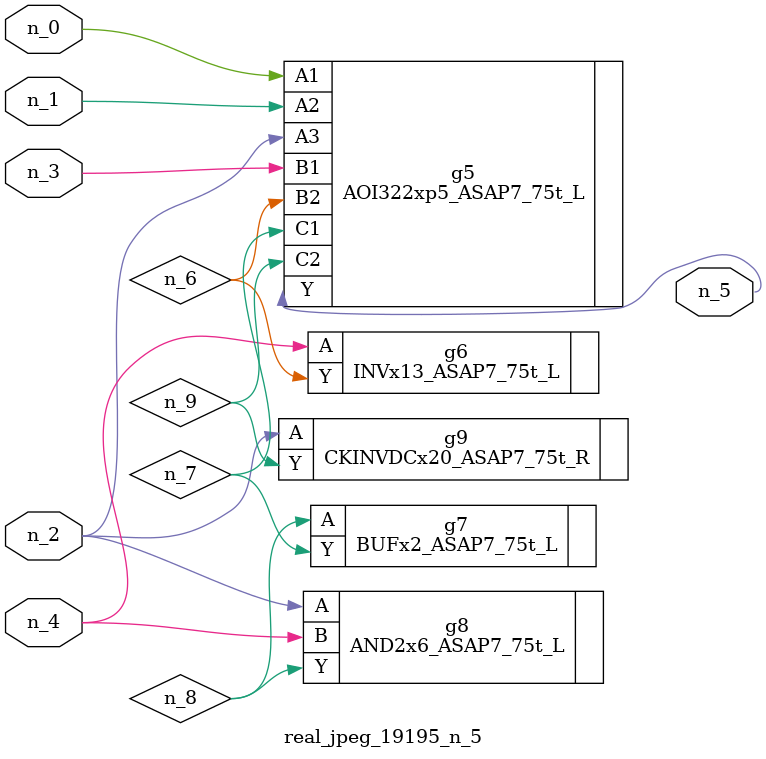
<source format=v>
module real_jpeg_19195_n_5 (n_4, n_0, n_1, n_2, n_3, n_5);

input n_4;
input n_0;
input n_1;
input n_2;
input n_3;

output n_5;

wire n_8;
wire n_6;
wire n_7;
wire n_9;

AOI322xp5_ASAP7_75t_L g5 ( 
.A1(n_0),
.A2(n_1),
.A3(n_2),
.B1(n_3),
.B2(n_6),
.C1(n_7),
.C2(n_9),
.Y(n_5)
);

AND2x6_ASAP7_75t_L g8 ( 
.A(n_2),
.B(n_4),
.Y(n_8)
);

CKINVDCx20_ASAP7_75t_R g9 ( 
.A(n_2),
.Y(n_9)
);

INVx13_ASAP7_75t_L g6 ( 
.A(n_4),
.Y(n_6)
);

BUFx2_ASAP7_75t_L g7 ( 
.A(n_8),
.Y(n_7)
);


endmodule
</source>
